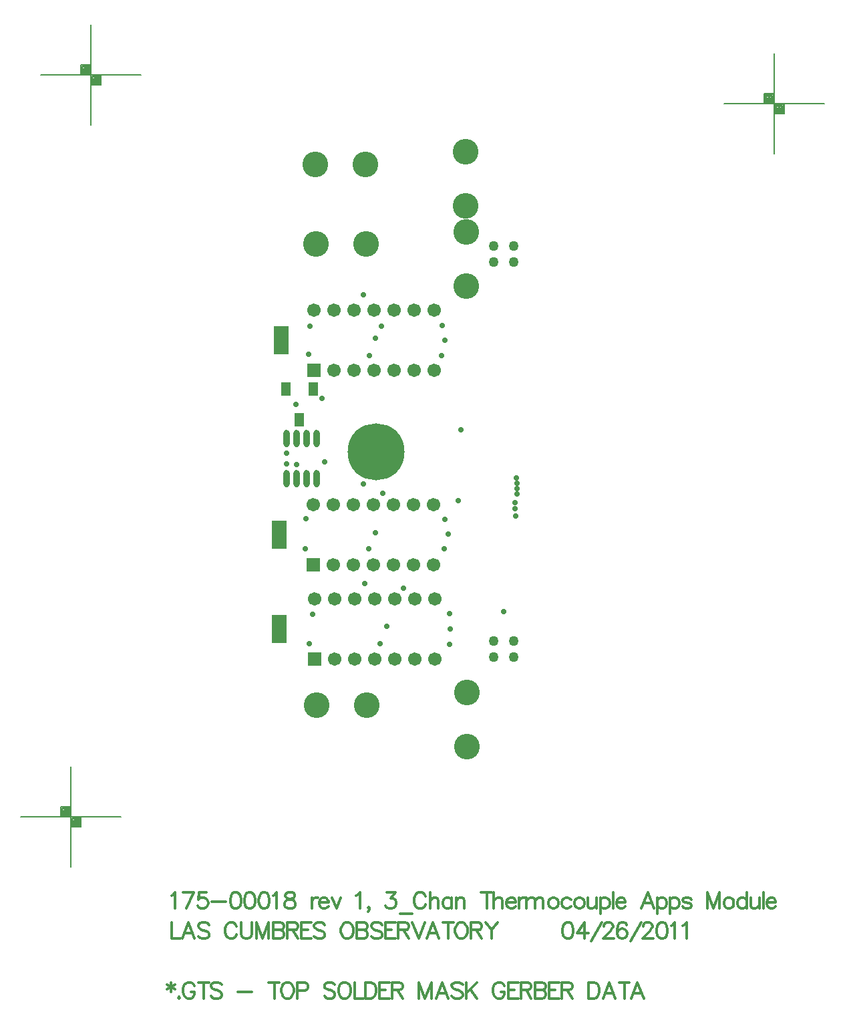
<source format=gts>
%FSLAX23Y23*%
%MOIN*%
G70*
G01*
G75*
G04 Layer_Color=8388736*
%ADD10O,0.024X0.079*%
%ADD11R,0.070X0.135*%
%ADD12R,0.039X0.059*%
%ADD13C,0.010*%
%ADD14C,0.020*%
%ADD15C,0.012*%
%ADD16C,0.008*%
%ADD17C,0.012*%
%ADD18C,0.012*%
%ADD19C,0.120*%
%ADD20C,0.050*%
%ADD21C,0.059*%
%ADD22R,0.059X0.059*%
%ADD23C,0.276*%
%ADD24C,0.020*%
%ADD25C,0.040*%
%ADD26C,0.110*%
G04:AMPARAMS|DCode=27|XSize=130mil|YSize=130mil|CornerRadius=0mil|HoleSize=0mil|Usage=FLASHONLY|Rotation=0.000|XOffset=0mil|YOffset=0mil|HoleType=Round|Shape=Relief|Width=10mil|Gap=10mil|Entries=4|*
%AMTHD27*
7,0,0,0.130,0.110,0.010,45*
%
%ADD27THD27*%
%ADD28C,0.065*%
G04:AMPARAMS|DCode=29|XSize=85mil|YSize=85mil|CornerRadius=0mil|HoleSize=0mil|Usage=FLASHONLY|Rotation=0.000|XOffset=0mil|YOffset=0mil|HoleType=Round|Shape=Relief|Width=10mil|Gap=10mil|Entries=4|*
%AMTHD29*
7,0,0,0.085,0.065,0.010,45*
%
%ADD29THD29*%
%ADD30C,0.075*%
G04:AMPARAMS|DCode=31|XSize=95.433mil|YSize=95.433mil|CornerRadius=0mil|HoleSize=0mil|Usage=FLASHONLY|Rotation=0.000|XOffset=0mil|YOffset=0mil|HoleType=Round|Shape=Relief|Width=10mil|Gap=10mil|Entries=4|*
%AMTHD31*
7,0,0,0.095,0.075,0.010,45*
%
%ADD31THD31*%
%ADD32C,0.197*%
G04:AMPARAMS|DCode=33|XSize=70mil|YSize=70mil|CornerRadius=0mil|HoleSize=0mil|Usage=FLASHONLY|Rotation=0.000|XOffset=0mil|YOffset=0mil|HoleType=Round|Shape=Relief|Width=10mil|Gap=10mil|Entries=4|*
%AMTHD33*
7,0,0,0.070,0.050,0.010,45*
%
%ADD33THD33*%
%ADD34R,0.050X0.050*%
%ADD35O,0.087X0.024*%
%ADD36R,0.020X0.709*%
%ADD37R,0.085X0.016*%
%ADD38C,0.010*%
%ADD39C,0.008*%
%ADD40C,0.007*%
%ADD41R,0.175X0.238*%
%ADD42O,0.032X0.087*%
%ADD43R,0.078X0.143*%
%ADD44R,0.047X0.067*%
%ADD45C,0.128*%
%ADD46C,0.067*%
%ADD47R,0.067X0.067*%
%ADD48C,0.284*%
%ADD49C,0.028*%
D15*
X24202Y15429D02*
Y15383D01*
X24183Y15418D02*
X24221Y15395D01*
Y15418D02*
X24183Y15395D01*
X24241Y15357D02*
X24238Y15353D01*
X24241Y15349D01*
X24245Y15353D01*
X24241Y15357D01*
X24320Y15410D02*
X24316Y15418D01*
X24308Y15425D01*
X24301Y15429D01*
X24286D01*
X24278Y15425D01*
X24270Y15418D01*
X24266Y15410D01*
X24263Y15399D01*
Y15380D01*
X24266Y15368D01*
X24270Y15361D01*
X24278Y15353D01*
X24286Y15349D01*
X24301D01*
X24308Y15353D01*
X24316Y15361D01*
X24320Y15368D01*
Y15380D01*
X24301D02*
X24320D01*
X24365Y15429D02*
Y15349D01*
X24338Y15429D02*
X24391D01*
X24454Y15418D02*
X24447Y15425D01*
X24435Y15429D01*
X24420D01*
X24409Y15425D01*
X24401Y15418D01*
Y15410D01*
X24405Y15402D01*
X24409Y15399D01*
X24416Y15395D01*
X24439Y15387D01*
X24447Y15383D01*
X24450Y15380D01*
X24454Y15372D01*
Y15361D01*
X24447Y15353D01*
X24435Y15349D01*
X24420D01*
X24409Y15353D01*
X24401Y15361D01*
X24535Y15383D02*
X24604D01*
X24717Y15429D02*
Y15349D01*
X24690Y15429D02*
X24743D01*
X24776D02*
X24768Y15425D01*
X24760Y15418D01*
X24757Y15410D01*
X24753Y15399D01*
Y15380D01*
X24757Y15368D01*
X24760Y15361D01*
X24768Y15353D01*
X24776Y15349D01*
X24791D01*
X24799Y15353D01*
X24806Y15361D01*
X24810Y15368D01*
X24814Y15380D01*
Y15399D01*
X24810Y15410D01*
X24806Y15418D01*
X24799Y15425D01*
X24791Y15429D01*
X24776D01*
X24832Y15387D02*
X24867D01*
X24878Y15391D01*
X24882Y15395D01*
X24886Y15402D01*
Y15414D01*
X24882Y15421D01*
X24878Y15425D01*
X24867Y15429D01*
X24832D01*
Y15349D01*
X25020Y15418D02*
X25012Y15425D01*
X25001Y15429D01*
X24986D01*
X24974Y15425D01*
X24967Y15418D01*
Y15410D01*
X24970Y15402D01*
X24974Y15399D01*
X24982Y15395D01*
X25005Y15387D01*
X25012Y15383D01*
X25016Y15380D01*
X25020Y15372D01*
Y15361D01*
X25012Y15353D01*
X25001Y15349D01*
X24986D01*
X24974Y15353D01*
X24967Y15361D01*
X25061Y15429D02*
X25053Y15425D01*
X25045Y15418D01*
X25042Y15410D01*
X25038Y15399D01*
Y15380D01*
X25042Y15368D01*
X25045Y15361D01*
X25053Y15353D01*
X25061Y15349D01*
X25076D01*
X25083Y15353D01*
X25091Y15361D01*
X25095Y15368D01*
X25099Y15380D01*
Y15399D01*
X25095Y15410D01*
X25091Y15418D01*
X25083Y15425D01*
X25076Y15429D01*
X25061D01*
X25117D02*
Y15349D01*
X25163D01*
X25172Y15429D02*
Y15349D01*
Y15429D02*
X25198D01*
X25210Y15425D01*
X25218Y15418D01*
X25221Y15410D01*
X25225Y15399D01*
Y15380D01*
X25221Y15368D01*
X25218Y15361D01*
X25210Y15353D01*
X25198Y15349D01*
X25172D01*
X25293Y15429D02*
X25243D01*
Y15349D01*
X25293D01*
X25243Y15391D02*
X25273D01*
X25306Y15429D02*
Y15349D01*
Y15429D02*
X25340D01*
X25352Y15425D01*
X25355Y15421D01*
X25359Y15414D01*
Y15406D01*
X25355Y15399D01*
X25352Y15395D01*
X25340Y15391D01*
X25306D01*
X25333D02*
X25359Y15349D01*
X25440Y15429D02*
Y15349D01*
Y15429D02*
X25470Y15349D01*
X25501Y15429D02*
X25470Y15349D01*
X25501Y15429D02*
Y15349D01*
X25585D02*
X25554Y15429D01*
X25524Y15349D01*
X25535Y15376D02*
X25573D01*
X25657Y15418D02*
X25649Y15425D01*
X25638Y15429D01*
X25622D01*
X25611Y15425D01*
X25603Y15418D01*
Y15410D01*
X25607Y15402D01*
X25611Y15399D01*
X25619Y15395D01*
X25641Y15387D01*
X25649Y15383D01*
X25653Y15380D01*
X25657Y15372D01*
Y15361D01*
X25649Y15353D01*
X25638Y15349D01*
X25622D01*
X25611Y15353D01*
X25603Y15361D01*
X25675Y15429D02*
Y15349D01*
X25728Y15429D02*
X25675Y15376D01*
X25694Y15395D02*
X25728Y15349D01*
X25866Y15410D02*
X25862Y15418D01*
X25854Y15425D01*
X25847Y15429D01*
X25831D01*
X25824Y15425D01*
X25816Y15418D01*
X25812Y15410D01*
X25809Y15399D01*
Y15380D01*
X25812Y15368D01*
X25816Y15361D01*
X25824Y15353D01*
X25831Y15349D01*
X25847D01*
X25854Y15353D01*
X25862Y15361D01*
X25866Y15368D01*
Y15380D01*
X25847D02*
X25866D01*
X25934Y15429D02*
X25884D01*
Y15349D01*
X25934D01*
X25884Y15391D02*
X25914D01*
X25947Y15429D02*
Y15349D01*
Y15429D02*
X25981D01*
X25993Y15425D01*
X25996Y15421D01*
X26000Y15414D01*
Y15406D01*
X25996Y15399D01*
X25993Y15395D01*
X25981Y15391D01*
X25947D01*
X25974D02*
X26000Y15349D01*
X26018Y15429D02*
Y15349D01*
Y15429D02*
X26052D01*
X26064Y15425D01*
X26068Y15421D01*
X26071Y15414D01*
Y15406D01*
X26068Y15399D01*
X26064Y15395D01*
X26052Y15391D01*
X26018D02*
X26052D01*
X26064Y15387D01*
X26068Y15383D01*
X26071Y15376D01*
Y15364D01*
X26068Y15357D01*
X26064Y15353D01*
X26052Y15349D01*
X26018D01*
X26139Y15429D02*
X26089D01*
Y15349D01*
X26139D01*
X26089Y15391D02*
X26120D01*
X26152Y15429D02*
Y15349D01*
Y15429D02*
X26186D01*
X26198Y15425D01*
X26202Y15421D01*
X26205Y15414D01*
Y15406D01*
X26202Y15399D01*
X26198Y15395D01*
X26186Y15391D01*
X26152D01*
X26179D02*
X26205Y15349D01*
X26286Y15429D02*
Y15349D01*
Y15429D02*
X26313D01*
X26324Y15425D01*
X26332Y15418D01*
X26336Y15410D01*
X26340Y15399D01*
Y15380D01*
X26336Y15368D01*
X26332Y15361D01*
X26324Y15353D01*
X26313Y15349D01*
X26286D01*
X26418D02*
X26388Y15429D01*
X26357Y15349D01*
X26369Y15376D02*
X26407D01*
X26464Y15429D02*
Y15349D01*
X26437Y15429D02*
X26490D01*
X26561Y15349D02*
X26530Y15429D01*
X26500Y15349D01*
X26511Y15376D02*
X26549D01*
D16*
X26963Y19813D02*
X27463D01*
X27213Y19563D02*
Y20063D01*
X27163Y19813D02*
Y19863D01*
X27213D01*
X27263Y19763D02*
Y19813D01*
X27213Y19763D02*
X27263D01*
X27218Y19808D02*
X27258D01*
Y19768D02*
Y19808D01*
X27218Y19768D02*
X27258D01*
X27218D02*
Y19808D01*
X27223Y19803D02*
X27253D01*
Y19773D02*
Y19803D01*
X27223Y19773D02*
X27253D01*
X27223D02*
Y19798D01*
X27228D02*
X27248D01*
Y19778D02*
Y19798D01*
X27228Y19778D02*
X27248D01*
X27228D02*
Y19793D01*
X27233D02*
X27243D01*
Y19783D02*
Y19793D01*
X27233Y19783D02*
X27243D01*
X27233D02*
Y19793D01*
Y19788D02*
X27243D01*
X27168Y19858D02*
X27208D01*
Y19818D02*
Y19858D01*
X27168Y19818D02*
X27208D01*
X27168D02*
Y19858D01*
X27173Y19853D02*
X27203D01*
Y19823D02*
Y19853D01*
X27173Y19823D02*
X27203D01*
X27173D02*
Y19848D01*
X27178D02*
X27198D01*
Y19828D02*
Y19848D01*
X27178Y19828D02*
X27198D01*
X27178D02*
Y19843D01*
X27183D02*
X27193D01*
Y19833D02*
Y19843D01*
X27183Y19833D02*
X27193D01*
X27183D02*
Y19843D01*
Y19838D02*
X27193D01*
X23552Y19954D02*
X24052D01*
X23802Y19704D02*
Y20204D01*
X23752Y19954D02*
Y20004D01*
X23802D01*
X23852Y19904D02*
Y19954D01*
X23802Y19904D02*
X23852D01*
X23807Y19949D02*
X23847D01*
Y19909D02*
Y19949D01*
X23807Y19909D02*
X23847D01*
X23807D02*
Y19949D01*
X23812Y19944D02*
X23842D01*
Y19914D02*
Y19944D01*
X23812Y19914D02*
X23842D01*
X23812D02*
Y19939D01*
X23817D02*
X23837D01*
Y19919D02*
Y19939D01*
X23817Y19919D02*
X23837D01*
X23817D02*
Y19934D01*
X23822D02*
X23832D01*
Y19924D02*
Y19934D01*
X23822Y19924D02*
X23832D01*
X23822D02*
Y19934D01*
Y19929D02*
X23832D01*
X23757Y19999D02*
X23797D01*
Y19959D02*
Y19999D01*
X23757Y19959D02*
X23797D01*
X23757D02*
Y19999D01*
X23762Y19994D02*
X23792D01*
Y19964D02*
Y19994D01*
X23762Y19964D02*
X23792D01*
X23762D02*
Y19989D01*
X23767D02*
X23787D01*
Y19969D02*
Y19989D01*
X23767Y19969D02*
X23787D01*
X23767D02*
Y19984D01*
X23772D02*
X23782D01*
Y19974D02*
Y19984D01*
X23772Y19974D02*
X23782D01*
X23772D02*
Y19984D01*
Y19979D02*
X23782D01*
X23453Y16254D02*
X23953D01*
X23703Y16004D02*
Y16504D01*
X23653Y16254D02*
Y16304D01*
X23703D01*
X23753Y16204D02*
Y16254D01*
X23703Y16204D02*
X23753D01*
X23708Y16249D02*
X23748D01*
Y16209D02*
Y16249D01*
X23708Y16209D02*
X23748D01*
X23708D02*
Y16249D01*
X23713Y16244D02*
X23743D01*
Y16214D02*
Y16244D01*
X23713Y16214D02*
X23743D01*
X23713D02*
Y16239D01*
X23718D02*
X23738D01*
Y16219D02*
Y16239D01*
X23718Y16219D02*
X23738D01*
X23718D02*
Y16234D01*
X23723D02*
X23733D01*
Y16224D02*
Y16234D01*
X23723Y16224D02*
X23733D01*
X23723D02*
Y16234D01*
Y16229D02*
X23733D01*
X23658Y16299D02*
X23698D01*
Y16259D02*
Y16299D01*
X23658Y16259D02*
X23698D01*
X23658D02*
Y16299D01*
X23663Y16294D02*
X23693D01*
Y16264D02*
Y16294D01*
X23663Y16264D02*
X23693D01*
X23663D02*
Y16289D01*
X23668D02*
X23688D01*
Y16269D02*
Y16289D01*
X23668Y16269D02*
X23688D01*
X23668D02*
Y16284D01*
X23673D02*
X23683D01*
Y16274D02*
Y16284D01*
X23673Y16274D02*
X23683D01*
X23673D02*
Y16284D01*
Y16279D02*
X23683D01*
D17*
X24204Y15862D02*
X24212Y15866D01*
X24223Y15878D01*
Y15798D01*
X24316Y15878D02*
X24278Y15798D01*
X24263Y15878D02*
X24316D01*
X24380D02*
X24342D01*
X24338Y15843D01*
X24342Y15847D01*
X24353Y15851D01*
X24364D01*
X24376Y15847D01*
X24383Y15840D01*
X24387Y15828D01*
Y15821D01*
X24383Y15809D01*
X24376Y15801D01*
X24364Y15798D01*
X24353D01*
X24342Y15801D01*
X24338Y15805D01*
X24334Y15813D01*
X24405Y15832D02*
X24474D01*
X24520Y15878D02*
X24509Y15874D01*
X24501Y15862D01*
X24497Y15843D01*
Y15832D01*
X24501Y15813D01*
X24509Y15801D01*
X24520Y15798D01*
X24528D01*
X24539Y15801D01*
X24547Y15813D01*
X24551Y15832D01*
Y15843D01*
X24547Y15862D01*
X24539Y15874D01*
X24528Y15878D01*
X24520D01*
X24591D02*
X24580Y15874D01*
X24572Y15862D01*
X24569Y15843D01*
Y15832D01*
X24572Y15813D01*
X24580Y15801D01*
X24591Y15798D01*
X24599D01*
X24610Y15801D01*
X24618Y15813D01*
X24622Y15832D01*
Y15843D01*
X24618Y15862D01*
X24610Y15874D01*
X24599Y15878D01*
X24591D01*
X24663D02*
X24651Y15874D01*
X24644Y15862D01*
X24640Y15843D01*
Y15832D01*
X24644Y15813D01*
X24651Y15801D01*
X24663Y15798D01*
X24670D01*
X24682Y15801D01*
X24689Y15813D01*
X24693Y15832D01*
Y15843D01*
X24689Y15862D01*
X24682Y15874D01*
X24670Y15878D01*
X24663D01*
X24711Y15862D02*
X24719Y15866D01*
X24730Y15878D01*
Y15798D01*
X24789Y15878D02*
X24777Y15874D01*
X24773Y15866D01*
Y15859D01*
X24777Y15851D01*
X24785Y15847D01*
X24800Y15843D01*
X24812Y15840D01*
X24819Y15832D01*
X24823Y15824D01*
Y15813D01*
X24819Y15805D01*
X24815Y15801D01*
X24804Y15798D01*
X24789D01*
X24777Y15801D01*
X24773Y15805D01*
X24770Y15813D01*
Y15824D01*
X24773Y15832D01*
X24781Y15840D01*
X24793Y15843D01*
X24808Y15847D01*
X24815Y15851D01*
X24819Y15859D01*
Y15866D01*
X24815Y15874D01*
X24804Y15878D01*
X24789D01*
X24904Y15851D02*
Y15798D01*
Y15828D02*
X24908Y15840D01*
X24915Y15847D01*
X24923Y15851D01*
X24934D01*
X24941Y15828D02*
X24987D01*
Y15836D01*
X24983Y15843D01*
X24980Y15847D01*
X24972Y15851D01*
X24960D01*
X24953Y15847D01*
X24945Y15840D01*
X24941Y15828D01*
Y15821D01*
X24945Y15809D01*
X24953Y15801D01*
X24960Y15798D01*
X24972D01*
X24980Y15801D01*
X24987Y15809D01*
X25004Y15851D02*
X25027Y15798D01*
X25050Y15851D02*
X25027Y15798D01*
X25126Y15862D02*
X25133Y15866D01*
X25145Y15878D01*
Y15798D01*
X25192Y15801D02*
X25188Y15798D01*
X25184Y15801D01*
X25188Y15805D01*
X25192Y15801D01*
Y15794D01*
X25188Y15786D01*
X25184Y15782D01*
X25280Y15878D02*
X25322D01*
X25299Y15847D01*
X25311D01*
X25318Y15843D01*
X25322Y15840D01*
X25326Y15828D01*
Y15821D01*
X25322Y15809D01*
X25314Y15801D01*
X25303Y15798D01*
X25291D01*
X25280Y15801D01*
X25276Y15805D01*
X25272Y15813D01*
X25344Y15771D02*
X25405D01*
X25472Y15859D02*
X25468Y15866D01*
X25461Y15874D01*
X25453Y15878D01*
X25438D01*
X25430Y15874D01*
X25422Y15866D01*
X25419Y15859D01*
X25415Y15847D01*
Y15828D01*
X25419Y15817D01*
X25422Y15809D01*
X25430Y15801D01*
X25438Y15798D01*
X25453D01*
X25461Y15801D01*
X25468Y15809D01*
X25472Y15817D01*
X25494Y15878D02*
Y15798D01*
Y15836D02*
X25506Y15847D01*
X25514Y15851D01*
X25525D01*
X25533Y15847D01*
X25536Y15836D01*
Y15798D01*
X25603Y15851D02*
Y15798D01*
Y15840D02*
X25595Y15847D01*
X25588Y15851D01*
X25576D01*
X25569Y15847D01*
X25561Y15840D01*
X25557Y15828D01*
Y15821D01*
X25561Y15809D01*
X25569Y15801D01*
X25576Y15798D01*
X25588D01*
X25595Y15801D01*
X25603Y15809D01*
X25624Y15851D02*
Y15798D01*
Y15836D02*
X25636Y15847D01*
X25643Y15851D01*
X25655D01*
X25662Y15847D01*
X25666Y15836D01*
Y15798D01*
X25777Y15878D02*
Y15798D01*
X25750Y15878D02*
X25803D01*
X25813D02*
Y15798D01*
Y15836D02*
X25824Y15847D01*
X25832Y15851D01*
X25843D01*
X25851Y15847D01*
X25855Y15836D01*
Y15798D01*
X25876Y15828D02*
X25921D01*
Y15836D01*
X25918Y15843D01*
X25914Y15847D01*
X25906Y15851D01*
X25895D01*
X25887Y15847D01*
X25880Y15840D01*
X25876Y15828D01*
Y15821D01*
X25880Y15809D01*
X25887Y15801D01*
X25895Y15798D01*
X25906D01*
X25914Y15801D01*
X25921Y15809D01*
X25939Y15851D02*
Y15798D01*
Y15828D02*
X25942Y15840D01*
X25950Y15847D01*
X25958Y15851D01*
X25969D01*
X25976D02*
Y15798D01*
Y15836D02*
X25988Y15847D01*
X25995Y15851D01*
X26007D01*
X26014Y15847D01*
X26018Y15836D01*
Y15798D01*
Y15836D02*
X26030Y15847D01*
X26037Y15851D01*
X26049D01*
X26056Y15847D01*
X26060Y15836D01*
Y15798D01*
X26104Y15851D02*
X26097Y15847D01*
X26089Y15840D01*
X26085Y15828D01*
Y15821D01*
X26089Y15809D01*
X26097Y15801D01*
X26104Y15798D01*
X26116D01*
X26123Y15801D01*
X26131Y15809D01*
X26135Y15821D01*
Y15828D01*
X26131Y15840D01*
X26123Y15847D01*
X26116Y15851D01*
X26104D01*
X26198Y15840D02*
X26190Y15847D01*
X26183Y15851D01*
X26171D01*
X26164Y15847D01*
X26156Y15840D01*
X26152Y15828D01*
Y15821D01*
X26156Y15809D01*
X26164Y15801D01*
X26171Y15798D01*
X26183D01*
X26190Y15801D01*
X26198Y15809D01*
X26234Y15851D02*
X26227Y15847D01*
X26219Y15840D01*
X26215Y15828D01*
Y15821D01*
X26219Y15809D01*
X26227Y15801D01*
X26234Y15798D01*
X26246D01*
X26253Y15801D01*
X26261Y15809D01*
X26265Y15821D01*
Y15828D01*
X26261Y15840D01*
X26253Y15847D01*
X26246Y15851D01*
X26234D01*
X26282D02*
Y15813D01*
X26286Y15801D01*
X26294Y15798D01*
X26305D01*
X26313Y15801D01*
X26324Y15813D01*
Y15851D02*
Y15798D01*
X26345Y15851D02*
Y15771D01*
Y15840D02*
X26353Y15847D01*
X26360Y15851D01*
X26372D01*
X26379Y15847D01*
X26387Y15840D01*
X26391Y15828D01*
Y15821D01*
X26387Y15809D01*
X26379Y15801D01*
X26372Y15798D01*
X26360D01*
X26353Y15801D01*
X26345Y15809D01*
X26408Y15878D02*
Y15798D01*
X26425Y15828D02*
X26470D01*
Y15836D01*
X26466Y15843D01*
X26463Y15847D01*
X26455Y15851D01*
X26444D01*
X26436Y15847D01*
X26428Y15840D01*
X26425Y15828D01*
Y15821D01*
X26428Y15809D01*
X26436Y15801D01*
X26444Y15798D01*
X26455D01*
X26463Y15801D01*
X26470Y15809D01*
X26611Y15798D02*
X26581Y15878D01*
X26550Y15798D01*
X26562Y15824D02*
X26600D01*
X26630Y15851D02*
Y15771D01*
Y15840D02*
X26637Y15847D01*
X26645Y15851D01*
X26657D01*
X26664Y15847D01*
X26672Y15840D01*
X26676Y15828D01*
Y15821D01*
X26672Y15809D01*
X26664Y15801D01*
X26657Y15798D01*
X26645D01*
X26637Y15801D01*
X26630Y15809D01*
X26693Y15851D02*
Y15771D01*
Y15840D02*
X26700Y15847D01*
X26708Y15851D01*
X26719D01*
X26727Y15847D01*
X26735Y15840D01*
X26738Y15828D01*
Y15821D01*
X26735Y15809D01*
X26727Y15801D01*
X26719Y15798D01*
X26708D01*
X26700Y15801D01*
X26693Y15809D01*
X26797Y15840D02*
X26794Y15847D01*
X26782Y15851D01*
X26771D01*
X26759Y15847D01*
X26756Y15840D01*
X26759Y15832D01*
X26767Y15828D01*
X26786Y15824D01*
X26794Y15821D01*
X26797Y15813D01*
Y15809D01*
X26794Y15801D01*
X26782Y15798D01*
X26771D01*
X26759Y15801D01*
X26756Y15809D01*
X26877Y15878D02*
Y15798D01*
Y15878D02*
X26908Y15798D01*
X26938Y15878D02*
X26908Y15798D01*
X26938Y15878D02*
Y15798D01*
X26980Y15851D02*
X26972Y15847D01*
X26965Y15840D01*
X26961Y15828D01*
Y15821D01*
X26965Y15809D01*
X26972Y15801D01*
X26980Y15798D01*
X26991D01*
X26999Y15801D01*
X27007Y15809D01*
X27010Y15821D01*
Y15828D01*
X27007Y15840D01*
X26999Y15847D01*
X26991Y15851D01*
X26980D01*
X27074Y15878D02*
Y15798D01*
Y15840D02*
X27066Y15847D01*
X27058Y15851D01*
X27047D01*
X27039Y15847D01*
X27032Y15840D01*
X27028Y15828D01*
Y15821D01*
X27032Y15809D01*
X27039Y15801D01*
X27047Y15798D01*
X27058D01*
X27066Y15801D01*
X27074Y15809D01*
X27095Y15851D02*
Y15813D01*
X27099Y15801D01*
X27106Y15798D01*
X27118D01*
X27125Y15801D01*
X27137Y15813D01*
Y15851D02*
Y15798D01*
X27158Y15878D02*
Y15798D01*
X27174Y15828D02*
X27220D01*
Y15836D01*
X27216Y15843D01*
X27213Y15847D01*
X27205Y15851D01*
X27194D01*
X27186Y15847D01*
X27178Y15840D01*
X27174Y15828D01*
Y15821D01*
X27178Y15809D01*
X27186Y15801D01*
X27194Y15798D01*
X27205D01*
X27213Y15801D01*
X27220Y15809D01*
D18*
X24204Y15728D02*
Y15648D01*
X24250D01*
X24319D02*
X24289Y15728D01*
X24259Y15648D01*
X24270Y15674D02*
X24308D01*
X24391Y15716D02*
X24384Y15724D01*
X24372Y15728D01*
X24357D01*
X24346Y15724D01*
X24338Y15716D01*
Y15709D01*
X24342Y15701D01*
X24346Y15697D01*
X24353Y15693D01*
X24376Y15686D01*
X24384Y15682D01*
X24388Y15678D01*
X24391Y15671D01*
Y15659D01*
X24384Y15651D01*
X24372Y15648D01*
X24357D01*
X24346Y15651D01*
X24338Y15659D01*
X24529Y15709D02*
X24526Y15716D01*
X24518Y15724D01*
X24510Y15728D01*
X24495D01*
X24487Y15724D01*
X24480Y15716D01*
X24476Y15709D01*
X24472Y15697D01*
Y15678D01*
X24476Y15667D01*
X24480Y15659D01*
X24487Y15651D01*
X24495Y15648D01*
X24510D01*
X24518Y15651D01*
X24526Y15659D01*
X24529Y15667D01*
X24552Y15728D02*
Y15671D01*
X24556Y15659D01*
X24563Y15651D01*
X24575Y15648D01*
X24582D01*
X24594Y15651D01*
X24601Y15659D01*
X24605Y15671D01*
Y15728D01*
X24627D02*
Y15648D01*
Y15728D02*
X24658Y15648D01*
X24688Y15728D02*
X24658Y15648D01*
X24688Y15728D02*
Y15648D01*
X24711Y15728D02*
Y15648D01*
Y15728D02*
X24745D01*
X24757Y15724D01*
X24761Y15720D01*
X24764Y15712D01*
Y15705D01*
X24761Y15697D01*
X24757Y15693D01*
X24745Y15690D01*
X24711D02*
X24745D01*
X24757Y15686D01*
X24761Y15682D01*
X24764Y15674D01*
Y15663D01*
X24761Y15655D01*
X24757Y15651D01*
X24745Y15648D01*
X24711D01*
X24782Y15728D02*
Y15648D01*
Y15728D02*
X24817D01*
X24828Y15724D01*
X24832Y15720D01*
X24836Y15712D01*
Y15705D01*
X24832Y15697D01*
X24828Y15693D01*
X24817Y15690D01*
X24782D01*
X24809D02*
X24836Y15648D01*
X24903Y15728D02*
X24853D01*
Y15648D01*
X24903D01*
X24853Y15690D02*
X24884D01*
X24970Y15716D02*
X24962Y15724D01*
X24951Y15728D01*
X24935D01*
X24924Y15724D01*
X24916Y15716D01*
Y15709D01*
X24920Y15701D01*
X24924Y15697D01*
X24932Y15693D01*
X24954Y15686D01*
X24962Y15682D01*
X24966Y15678D01*
X24970Y15671D01*
Y15659D01*
X24962Y15651D01*
X24951Y15648D01*
X24935D01*
X24924Y15651D01*
X24916Y15659D01*
X25073Y15728D02*
X25066Y15724D01*
X25058Y15716D01*
X25054Y15709D01*
X25050Y15697D01*
Y15678D01*
X25054Y15667D01*
X25058Y15659D01*
X25066Y15651D01*
X25073Y15648D01*
X25088D01*
X25096Y15651D01*
X25104Y15659D01*
X25108Y15667D01*
X25111Y15678D01*
Y15697D01*
X25108Y15709D01*
X25104Y15716D01*
X25096Y15724D01*
X25088Y15728D01*
X25073D01*
X25130D02*
Y15648D01*
Y15728D02*
X25164D01*
X25176Y15724D01*
X25179Y15720D01*
X25183Y15712D01*
Y15705D01*
X25179Y15697D01*
X25176Y15693D01*
X25164Y15690D01*
X25130D02*
X25164D01*
X25176Y15686D01*
X25179Y15682D01*
X25183Y15674D01*
Y15663D01*
X25179Y15655D01*
X25176Y15651D01*
X25164Y15648D01*
X25130D01*
X25255Y15716D02*
X25247Y15724D01*
X25235Y15728D01*
X25220D01*
X25209Y15724D01*
X25201Y15716D01*
Y15709D01*
X25205Y15701D01*
X25209Y15697D01*
X25216Y15693D01*
X25239Y15686D01*
X25247Y15682D01*
X25251Y15678D01*
X25255Y15671D01*
Y15659D01*
X25247Y15651D01*
X25235Y15648D01*
X25220D01*
X25209Y15651D01*
X25201Y15659D01*
X25322Y15728D02*
X25272D01*
Y15648D01*
X25322D01*
X25272Y15690D02*
X25303D01*
X25335Y15728D02*
Y15648D01*
Y15728D02*
X25370D01*
X25381Y15724D01*
X25385Y15720D01*
X25389Y15712D01*
Y15705D01*
X25385Y15697D01*
X25381Y15693D01*
X25370Y15690D01*
X25335D01*
X25362D02*
X25389Y15648D01*
X25406Y15728D02*
X25437Y15648D01*
X25467Y15728D02*
X25437Y15648D01*
X25539D02*
X25508Y15728D01*
X25478Y15648D01*
X25489Y15674D02*
X25527D01*
X25584Y15728D02*
Y15648D01*
X25557Y15728D02*
X25611D01*
X25643D02*
X25635Y15724D01*
X25628Y15716D01*
X25624Y15709D01*
X25620Y15697D01*
Y15678D01*
X25624Y15667D01*
X25628Y15659D01*
X25635Y15651D01*
X25643Y15648D01*
X25658D01*
X25666Y15651D01*
X25673Y15659D01*
X25677Y15667D01*
X25681Y15678D01*
Y15697D01*
X25677Y15709D01*
X25673Y15716D01*
X25666Y15724D01*
X25658Y15728D01*
X25643D01*
X25700D02*
Y15648D01*
Y15728D02*
X25734D01*
X25745Y15724D01*
X25749Y15720D01*
X25753Y15712D01*
Y15705D01*
X25749Y15697D01*
X25745Y15693D01*
X25734Y15690D01*
X25700D01*
X25726D02*
X25753Y15648D01*
X25771Y15728D02*
X25801Y15690D01*
Y15648D01*
X25832Y15728D02*
X25801Y15690D01*
X26179Y15728D02*
X26168Y15724D01*
X26160Y15712D01*
X26156Y15693D01*
Y15682D01*
X26160Y15663D01*
X26168Y15651D01*
X26179Y15648D01*
X26187D01*
X26198Y15651D01*
X26206Y15663D01*
X26210Y15682D01*
Y15693D01*
X26206Y15712D01*
X26198Y15724D01*
X26187Y15728D01*
X26179D01*
X26266D02*
X26228Y15674D01*
X26285D01*
X26266Y15728D02*
Y15648D01*
X26299Y15636D02*
X26352Y15728D01*
X26361Y15709D02*
Y15712D01*
X26365Y15720D01*
X26369Y15724D01*
X26377Y15728D01*
X26392D01*
X26399Y15724D01*
X26403Y15720D01*
X26407Y15712D01*
Y15705D01*
X26403Y15697D01*
X26396Y15686D01*
X26358Y15648D01*
X26411D01*
X26474Y15716D02*
X26471Y15724D01*
X26459Y15728D01*
X26452D01*
X26440Y15724D01*
X26433Y15712D01*
X26429Y15693D01*
Y15674D01*
X26433Y15659D01*
X26440Y15651D01*
X26452Y15648D01*
X26455D01*
X26467Y15651D01*
X26474Y15659D01*
X26478Y15671D01*
Y15674D01*
X26474Y15686D01*
X26467Y15693D01*
X26455Y15697D01*
X26452D01*
X26440Y15693D01*
X26433Y15686D01*
X26429Y15674D01*
X26496Y15636D02*
X26549Y15728D01*
X26558Y15709D02*
Y15712D01*
X26562Y15720D01*
X26566Y15724D01*
X26573Y15728D01*
X26589D01*
X26596Y15724D01*
X26600Y15720D01*
X26604Y15712D01*
Y15705D01*
X26600Y15697D01*
X26593Y15686D01*
X26554Y15648D01*
X26608D01*
X26649Y15728D02*
X26637Y15724D01*
X26629Y15712D01*
X26626Y15693D01*
Y15682D01*
X26629Y15663D01*
X26637Y15651D01*
X26649Y15648D01*
X26656D01*
X26668Y15651D01*
X26675Y15663D01*
X26679Y15682D01*
Y15693D01*
X26675Y15712D01*
X26668Y15724D01*
X26656Y15728D01*
X26649D01*
X26697Y15712D02*
X26705Y15716D01*
X26716Y15728D01*
Y15648D01*
X26756Y15712D02*
X26763Y15716D01*
X26775Y15728D01*
Y15648D01*
D20*
X25911Y17051D02*
D03*
Y17130D02*
D03*
X25811Y17131D02*
D03*
Y17051D02*
D03*
Y19101D02*
D03*
X25911D02*
D03*
Y19021D02*
D03*
X25811D02*
D03*
D42*
X24778Y17943D02*
D03*
X24828D02*
D03*
X24878D02*
D03*
X24928D02*
D03*
X24778Y18140D02*
D03*
X24828D02*
D03*
X24878D02*
D03*
X24928D02*
D03*
D43*
X24753Y18631D02*
D03*
X24743Y17191D02*
D03*
Y17661D02*
D03*
D44*
X24912Y18388D02*
D03*
X24843Y18234D02*
D03*
X24774Y18388D02*
D03*
D45*
X24927Y16813D02*
D03*
X25177D02*
D03*
X25677Y16605D02*
D03*
Y16875D02*
D03*
X24923Y19509D02*
D03*
X25173D02*
D03*
X25673Y19301D02*
D03*
Y19571D02*
D03*
X24924Y19110D02*
D03*
X25174D02*
D03*
X25674Y18902D02*
D03*
Y19172D02*
D03*
D46*
X25514Y18780D02*
D03*
X25414D02*
D03*
X25314D02*
D03*
X25214D02*
D03*
X25114D02*
D03*
X25014D02*
D03*
X24914D02*
D03*
X25514Y18480D02*
D03*
X25414D02*
D03*
X25314D02*
D03*
X25214D02*
D03*
X25114D02*
D03*
X25014D02*
D03*
X25518Y17343D02*
D03*
X25418D02*
D03*
X25318D02*
D03*
X25218D02*
D03*
X25118D02*
D03*
X25018D02*
D03*
X24918D02*
D03*
X25518Y17043D02*
D03*
X25418D02*
D03*
X25318D02*
D03*
X25218D02*
D03*
X25118D02*
D03*
X25018D02*
D03*
X25513Y17811D02*
D03*
X25413D02*
D03*
X25313D02*
D03*
X25213D02*
D03*
X25113D02*
D03*
X25013D02*
D03*
X24913D02*
D03*
X25513Y17511D02*
D03*
X25413D02*
D03*
X25313D02*
D03*
X25213D02*
D03*
X25113D02*
D03*
X25013D02*
D03*
D47*
X24914Y18480D02*
D03*
X24918Y17043D02*
D03*
X24913Y17511D02*
D03*
D48*
X25224Y18076D02*
D03*
D49*
X25648Y18184D02*
D03*
X25161Y17915D02*
D03*
X25168Y17417D02*
D03*
X25162Y18858D02*
D03*
X25223Y18640D02*
D03*
X25253Y18702D02*
D03*
X24889Y18561D02*
D03*
X24895Y18702D02*
D03*
X25567Y18631D02*
D03*
X25192Y18554D02*
D03*
X25569Y17739D02*
D03*
X25566Y17591D02*
D03*
X24876Y17740D02*
D03*
X25259Y17868D02*
D03*
X24871Y17592D02*
D03*
X25585Y17664D02*
D03*
X25189Y17590D02*
D03*
X25221Y17671D02*
D03*
X25363Y17396D02*
D03*
X24893Y17118D02*
D03*
X25593Y17267D02*
D03*
X25592Y17114D02*
D03*
X25278Y17206D02*
D03*
X25595Y17193D02*
D03*
X25246Y17118D02*
D03*
X24910Y17264D02*
D03*
X25862Y17277D02*
D03*
X25930Y17865D02*
D03*
X25928Y17891D02*
D03*
X25927Y17917D02*
D03*
X25926Y17944D02*
D03*
X24824Y18312D02*
D03*
X24779Y18015D02*
D03*
X24954Y18340D02*
D03*
X24829Y18011D02*
D03*
X24970Y18024D02*
D03*
X25922Y17754D02*
D03*
X25917Y17791D02*
D03*
Y17820D02*
D03*
X25634Y17833D02*
D03*
X25551Y18555D02*
D03*
X25556Y18704D02*
D03*
X24778Y18069D02*
D03*
M02*

</source>
